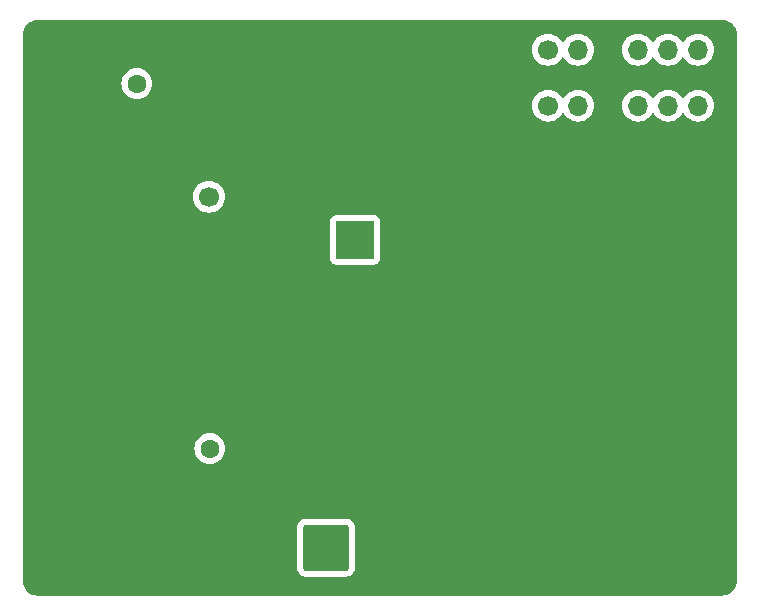
<source format=gbr>
%TF.GenerationSoftware,KiCad,Pcbnew,(7.0.0)*%
%TF.CreationDate,2023-12-28T02:06:20-08:00*%
%TF.ProjectId,Blutooth_Serial,426c7574-6f6f-4746-985f-53657269616c,rev?*%
%TF.SameCoordinates,Original*%
%TF.FileFunction,Copper,L2,Bot*%
%TF.FilePolarity,Positive*%
%FSLAX46Y46*%
G04 Gerber Fmt 4.6, Leading zero omitted, Abs format (unit mm)*
G04 Created by KiCad (PCBNEW (7.0.0)) date 2023-12-28 02:06:20*
%MOMM*%
%LPD*%
G01*
G04 APERTURE LIST*
G04 Aperture macros list*
%AMRoundRect*
0 Rectangle with rounded corners*
0 $1 Rounding radius*
0 $2 $3 $4 $5 $6 $7 $8 $9 X,Y pos of 4 corners*
0 Add a 4 corners polygon primitive as box body*
4,1,4,$2,$3,$4,$5,$6,$7,$8,$9,$2,$3,0*
0 Add four circle primitives for the rounded corners*
1,1,$1+$1,$2,$3*
1,1,$1+$1,$4,$5*
1,1,$1+$1,$6,$7*
1,1,$1+$1,$8,$9*
0 Add four rect primitives between the rounded corners*
20,1,$1+$1,$2,$3,$4,$5,0*
20,1,$1+$1,$4,$5,$6,$7,0*
20,1,$1+$1,$6,$7,$8,$9,0*
20,1,$1+$1,$8,$9,$2,$3,0*%
G04 Aperture macros list end*
%TA.AperFunction,ComponentPad*%
%ADD10C,1.700000*%
%TD*%
%TA.AperFunction,ComponentPad*%
%ADD11O,1.700000X1.700000*%
%TD*%
%TA.AperFunction,ComponentPad*%
%ADD12RoundRect,0.250002X-1.699998X-1.699998X1.699998X-1.699998X1.699998X1.699998X-1.699998X1.699998X0*%
%TD*%
%TA.AperFunction,ComponentPad*%
%ADD13O,3.200000X3.200000*%
%TD*%
%TA.AperFunction,ComponentPad*%
%ADD14R,3.200000X3.200000*%
%TD*%
%TA.AperFunction,ComponentPad*%
%ADD15C,1.600000*%
%TD*%
%TA.AperFunction,ViaPad*%
%ADD16C,0.800000*%
%TD*%
G04 APERTURE END LIST*
D10*
%TO.P,REF\u002A\u002A,1*%
%TO.N,unconnected-(IC1-EN-Pad1)*%
X88900000Y-65786000D03*
D11*
%TO.P,REF\u002A\u002A,2*%
%TO.N,3.3V*%
X91439999Y-65785999D03*
%TO.P,REF\u002A\u002A,3*%
%TO.N,GND*%
X93979999Y-65785999D03*
%TO.P,REF\u002A\u002A,4*%
%TO.N,unconnected-(IC1-TXD-Pad4)*%
X96519999Y-65785999D03*
%TO.P,REF\u002A\u002A,5*%
%TO.N,unconnected-(IC1-RXD-Pad5)*%
X99059999Y-65785999D03*
%TO.P,REF\u002A\u002A,6*%
%TO.N,unconnected-(IC1-STATE-Pad6)*%
X101599999Y-65785999D03*
%TD*%
D12*
%TO.P,VIN+,1*%
%TO.N,+24V*%
X70104000Y-107950000D03*
%TD*%
%TO.P,GND,1*%
%TO.N,GND*%
X49784000Y-107950000D03*
%TD*%
D11*
%TO.P,IC1,6,STATE*%
%TO.N,unconnected-(IC1-STATE-Pad6)*%
X101624999Y-70524499D03*
%TO.P,IC1,5,RXD*%
%TO.N,unconnected-(IC1-RXD-Pad5)*%
X99084999Y-70524499D03*
%TO.P,IC1,4,TXD*%
%TO.N,unconnected-(IC1-TXD-Pad4)*%
X96544999Y-70524499D03*
%TO.P,IC1,3,GND*%
%TO.N,GND*%
X94004999Y-70524499D03*
%TO.P,IC1,2,Vcc*%
%TO.N,3.3V*%
X91464999Y-70524499D03*
D10*
%TO.P,IC1,1,EN*%
%TO.N,unconnected-(IC1-EN-Pad1)*%
X88925000Y-70524500D03*
%TD*%
%TO.P,J1,1,Pin_1*%
%TO.N,Net-(J1-Pin_1)*%
X60198000Y-78232000D03*
%TD*%
D13*
%TO.P,D2,2,A*%
%TO.N,GND*%
X72589999Y-97119999D03*
D14*
%TO.P,D2,1,K*%
%TO.N,Net-(D2-K)*%
X72589999Y-81879999D03*
%TD*%
D15*
%TO.P,C2,2*%
%TO.N,GND*%
X54102000Y-73660000D03*
%TO.P,C2,1*%
%TO.N,3.3V*%
X54102000Y-68660000D03*
%TD*%
%TO.P,C1,2*%
%TO.N,GND*%
X55280000Y-99560000D03*
%TO.P,C1,1*%
%TO.N,+24V*%
X60280000Y-99560000D03*
%TD*%
D16*
%TO.N,GND*%
X53086000Y-89662000D03*
X52832000Y-85344000D03*
X49784000Y-87630000D03*
X49784000Y-91694000D03*
X56134000Y-91440000D03*
X56134000Y-88138000D03*
X55880000Y-83566000D03*
X49784000Y-83312000D03*
%TD*%
%TA.AperFunction,Conductor*%
%TO.N,GND*%
G36*
X103643110Y-63246972D02*
G01*
X103841727Y-63264348D01*
X103863004Y-63268099D01*
X104055888Y-63319782D01*
X104076198Y-63327175D01*
X104257165Y-63411562D01*
X104275883Y-63422369D01*
X104439456Y-63536904D01*
X104456014Y-63550798D01*
X104597201Y-63691985D01*
X104611095Y-63708543D01*
X104725630Y-63872116D01*
X104736437Y-63890834D01*
X104820824Y-64071801D01*
X104828217Y-64092112D01*
X104879898Y-64284988D01*
X104883651Y-64306274D01*
X104901028Y-64504889D01*
X104901500Y-64515697D01*
X104901500Y-110744303D01*
X104901028Y-110755111D01*
X104883651Y-110953725D01*
X104879898Y-110975011D01*
X104828217Y-111167887D01*
X104820824Y-111188198D01*
X104736437Y-111369165D01*
X104725630Y-111387883D01*
X104611095Y-111551456D01*
X104597201Y-111568014D01*
X104456014Y-111709201D01*
X104439456Y-111723095D01*
X104275883Y-111837630D01*
X104257165Y-111848437D01*
X104076198Y-111932824D01*
X104055887Y-111940217D01*
X103863011Y-111991898D01*
X103841725Y-111995651D01*
X103667425Y-112010900D01*
X103643109Y-112013028D01*
X103632303Y-112013500D01*
X45719697Y-112013500D01*
X45708890Y-112013028D01*
X45680795Y-112010570D01*
X45510274Y-111995651D01*
X45488988Y-111991898D01*
X45296112Y-111940217D01*
X45275801Y-111932824D01*
X45094834Y-111848437D01*
X45076116Y-111837630D01*
X44912543Y-111723095D01*
X44895985Y-111709201D01*
X44754798Y-111568014D01*
X44740904Y-111551456D01*
X44626369Y-111387883D01*
X44615562Y-111369165D01*
X44531175Y-111188198D01*
X44523782Y-111167887D01*
X44472099Y-110975004D01*
X44468348Y-110953724D01*
X44450972Y-110755110D01*
X44450500Y-110744303D01*
X44450500Y-109696876D01*
X67653500Y-109696876D01*
X67653501Y-109700006D01*
X67653820Y-109703138D01*
X67653821Y-109703139D01*
X67663312Y-109796060D01*
X67663313Y-109796068D01*
X67664001Y-109802796D01*
X67719186Y-109969333D01*
X67811289Y-110118655D01*
X67935345Y-110242711D01*
X68084667Y-110334814D01*
X68251204Y-110389999D01*
X68353993Y-110400500D01*
X71854006Y-110400499D01*
X71956796Y-110389999D01*
X72123333Y-110334814D01*
X72272655Y-110242711D01*
X72396711Y-110118655D01*
X72488814Y-109969333D01*
X72543999Y-109802796D01*
X72554500Y-109700007D01*
X72554499Y-106199994D01*
X72543999Y-106097204D01*
X72488814Y-105930667D01*
X72396711Y-105781345D01*
X72272655Y-105657289D01*
X72123333Y-105565186D01*
X72116481Y-105562915D01*
X72116478Y-105562914D01*
X71963224Y-105512131D01*
X71963223Y-105512130D01*
X71956796Y-105510001D01*
X71950063Y-105509313D01*
X71950058Y-105509312D01*
X71857138Y-105499819D01*
X71857121Y-105499818D01*
X71854007Y-105499500D01*
X71850858Y-105499500D01*
X68357142Y-105499500D01*
X68357122Y-105499500D01*
X68353994Y-105499501D01*
X68350862Y-105499820D01*
X68350860Y-105499821D01*
X68257939Y-105509312D01*
X68257929Y-105509313D01*
X68251204Y-105510001D01*
X68244782Y-105512128D01*
X68244777Y-105512130D01*
X68091521Y-105562914D01*
X68091515Y-105562916D01*
X68084667Y-105565186D01*
X67935345Y-105657289D01*
X67930237Y-105662396D01*
X67930233Y-105662400D01*
X67816400Y-105776233D01*
X67816396Y-105776237D01*
X67811289Y-105781345D01*
X67719186Y-105930667D01*
X67716916Y-105937515D01*
X67716914Y-105937521D01*
X67666131Y-106090775D01*
X67664001Y-106097204D01*
X67663313Y-106103934D01*
X67663312Y-106103941D01*
X67653819Y-106196861D01*
X67653818Y-106196879D01*
X67653500Y-106199993D01*
X67653500Y-106203140D01*
X67653500Y-106203141D01*
X67653500Y-109696857D01*
X67653500Y-109696876D01*
X44450500Y-109696876D01*
X44450500Y-99560000D01*
X58974532Y-99560000D01*
X58994365Y-99786692D01*
X58995762Y-99791907D01*
X58995764Y-99791916D01*
X59051858Y-100001263D01*
X59051861Y-100001271D01*
X59053261Y-100006496D01*
X59149432Y-100212734D01*
X59279953Y-100399139D01*
X59440861Y-100560047D01*
X59627266Y-100690568D01*
X59833504Y-100786739D01*
X60053308Y-100845635D01*
X60280000Y-100865468D01*
X60506692Y-100845635D01*
X60726496Y-100786739D01*
X60932734Y-100690568D01*
X61119139Y-100560047D01*
X61280047Y-100399139D01*
X61410568Y-100212734D01*
X61506739Y-100006496D01*
X61565635Y-99786692D01*
X61585468Y-99560000D01*
X61565635Y-99333308D01*
X61506739Y-99113504D01*
X61410568Y-98907266D01*
X61280047Y-98720861D01*
X61119139Y-98559953D01*
X60932734Y-98429432D01*
X60726496Y-98333261D01*
X60721271Y-98331861D01*
X60721263Y-98331858D01*
X60511916Y-98275764D01*
X60511907Y-98275762D01*
X60506692Y-98274365D01*
X60501304Y-98273893D01*
X60501301Y-98273893D01*
X60285395Y-98255004D01*
X60280000Y-98254532D01*
X60274605Y-98255004D01*
X60058698Y-98273893D01*
X60058693Y-98273893D01*
X60053308Y-98274365D01*
X60048094Y-98275762D01*
X60048083Y-98275764D01*
X59838736Y-98331858D01*
X59838724Y-98331862D01*
X59833504Y-98333261D01*
X59828599Y-98335547D01*
X59828594Y-98335550D01*
X59632176Y-98427142D01*
X59632172Y-98427144D01*
X59627266Y-98429432D01*
X59622833Y-98432535D01*
X59622826Y-98432540D01*
X59445296Y-98556847D01*
X59445291Y-98556850D01*
X59440861Y-98559953D01*
X59437037Y-98563776D01*
X59437031Y-98563782D01*
X59283782Y-98717031D01*
X59283776Y-98717037D01*
X59279953Y-98720861D01*
X59276850Y-98725291D01*
X59276847Y-98725296D01*
X59152540Y-98902826D01*
X59152535Y-98902833D01*
X59149432Y-98907266D01*
X59147144Y-98912172D01*
X59147142Y-98912176D01*
X59055550Y-99108594D01*
X59055547Y-99108599D01*
X59053261Y-99113504D01*
X59051862Y-99118724D01*
X59051858Y-99118736D01*
X58995764Y-99328083D01*
X58995762Y-99328094D01*
X58994365Y-99333308D01*
X58974532Y-99560000D01*
X44450500Y-99560000D01*
X44450500Y-83524578D01*
X70489500Y-83524578D01*
X70489501Y-83527872D01*
X70489853Y-83531150D01*
X70489854Y-83531161D01*
X70495079Y-83579768D01*
X70495080Y-83579773D01*
X70495909Y-83587483D01*
X70498619Y-83594749D01*
X70498620Y-83594753D01*
X70532217Y-83684831D01*
X70546204Y-83722331D01*
X70632454Y-83837546D01*
X70747669Y-83923796D01*
X70882517Y-83974091D01*
X70942127Y-83980500D01*
X74237872Y-83980499D01*
X74297483Y-83974091D01*
X74432331Y-83923796D01*
X74547546Y-83837546D01*
X74633796Y-83722331D01*
X74684091Y-83587483D01*
X74690500Y-83527873D01*
X74690499Y-80232128D01*
X74684091Y-80172517D01*
X74633796Y-80037669D01*
X74547546Y-79922454D01*
X74432331Y-79836204D01*
X74297483Y-79785909D01*
X74289770Y-79785079D01*
X74289767Y-79785079D01*
X74241180Y-79779855D01*
X74241169Y-79779854D01*
X74237873Y-79779500D01*
X74234550Y-79779500D01*
X70945439Y-79779500D01*
X70945420Y-79779500D01*
X70942128Y-79779501D01*
X70938850Y-79779853D01*
X70938838Y-79779854D01*
X70890231Y-79785079D01*
X70890225Y-79785080D01*
X70882517Y-79785909D01*
X70875252Y-79788618D01*
X70875246Y-79788620D01*
X70755980Y-79833104D01*
X70755978Y-79833104D01*
X70747669Y-79836204D01*
X70740572Y-79841516D01*
X70740568Y-79841519D01*
X70639550Y-79917141D01*
X70639546Y-79917144D01*
X70632454Y-79922454D01*
X70627144Y-79929546D01*
X70627141Y-79929550D01*
X70551519Y-80030568D01*
X70551516Y-80030572D01*
X70546204Y-80037669D01*
X70543104Y-80045978D01*
X70543104Y-80045980D01*
X70498620Y-80165247D01*
X70498619Y-80165250D01*
X70495909Y-80172517D01*
X70495079Y-80180227D01*
X70495079Y-80180232D01*
X70489855Y-80228819D01*
X70489854Y-80228831D01*
X70489500Y-80232127D01*
X70489500Y-80235448D01*
X70489500Y-80235449D01*
X70489500Y-83524560D01*
X70489500Y-83524578D01*
X44450500Y-83524578D01*
X44450500Y-78232000D01*
X58842341Y-78232000D01*
X58862937Y-78467408D01*
X58864336Y-78472630D01*
X58864337Y-78472634D01*
X58922694Y-78690430D01*
X58922697Y-78690438D01*
X58924097Y-78695663D01*
X58926385Y-78700570D01*
X58926386Y-78700572D01*
X59021678Y-78904927D01*
X59021681Y-78904933D01*
X59023965Y-78909830D01*
X59027064Y-78914257D01*
X59027066Y-78914259D01*
X59156399Y-79098966D01*
X59156402Y-79098970D01*
X59159505Y-79103401D01*
X59326599Y-79270495D01*
X59520170Y-79406035D01*
X59734337Y-79505903D01*
X59962592Y-79567063D01*
X60198000Y-79587659D01*
X60433408Y-79567063D01*
X60661663Y-79505903D01*
X60875830Y-79406035D01*
X61069401Y-79270495D01*
X61236495Y-79103401D01*
X61372035Y-78909830D01*
X61471903Y-78695663D01*
X61533063Y-78467408D01*
X61553659Y-78232000D01*
X61533063Y-77996592D01*
X61471903Y-77768337D01*
X61372035Y-77554171D01*
X61236495Y-77360599D01*
X61069401Y-77193505D01*
X61064970Y-77190402D01*
X61064966Y-77190399D01*
X60880259Y-77061066D01*
X60880257Y-77061064D01*
X60875830Y-77057965D01*
X60870933Y-77055681D01*
X60870927Y-77055678D01*
X60666572Y-76960386D01*
X60666570Y-76960385D01*
X60661663Y-76958097D01*
X60656438Y-76956697D01*
X60656430Y-76956694D01*
X60438634Y-76898337D01*
X60438630Y-76898336D01*
X60433408Y-76896937D01*
X60428020Y-76896465D01*
X60428017Y-76896465D01*
X60203395Y-76876813D01*
X60198000Y-76876341D01*
X60192605Y-76876813D01*
X59967982Y-76896465D01*
X59967977Y-76896465D01*
X59962592Y-76896937D01*
X59957371Y-76898335D01*
X59957365Y-76898337D01*
X59739569Y-76956694D01*
X59739557Y-76956698D01*
X59734337Y-76958097D01*
X59729432Y-76960383D01*
X59729427Y-76960386D01*
X59525081Y-77055675D01*
X59525077Y-77055677D01*
X59520171Y-77057965D01*
X59515738Y-77061068D01*
X59515731Y-77061073D01*
X59331034Y-77190399D01*
X59331029Y-77190402D01*
X59326599Y-77193505D01*
X59322775Y-77197328D01*
X59322769Y-77197334D01*
X59163334Y-77356769D01*
X59163328Y-77356775D01*
X59159505Y-77360599D01*
X59156402Y-77365029D01*
X59156399Y-77365034D01*
X59027073Y-77549731D01*
X59027068Y-77549738D01*
X59023965Y-77554171D01*
X59021677Y-77559077D01*
X59021675Y-77559081D01*
X58926386Y-77763427D01*
X58926383Y-77763432D01*
X58924097Y-77768337D01*
X58922698Y-77773557D01*
X58922694Y-77773569D01*
X58864337Y-77991365D01*
X58864335Y-77991371D01*
X58862937Y-77996592D01*
X58842341Y-78232000D01*
X44450500Y-78232000D01*
X44450500Y-70524500D01*
X87569341Y-70524500D01*
X87589937Y-70759908D01*
X87591336Y-70765130D01*
X87591337Y-70765134D01*
X87649694Y-70982930D01*
X87649697Y-70982938D01*
X87651097Y-70988163D01*
X87653385Y-70993070D01*
X87653386Y-70993072D01*
X87748678Y-71197427D01*
X87748681Y-71197433D01*
X87750965Y-71202330D01*
X87754064Y-71206757D01*
X87754066Y-71206759D01*
X87883399Y-71391466D01*
X87883402Y-71391470D01*
X87886505Y-71395901D01*
X88053599Y-71562995D01*
X88247170Y-71698535D01*
X88461337Y-71798403D01*
X88689592Y-71859563D01*
X88925000Y-71880159D01*
X89160408Y-71859563D01*
X89388663Y-71798403D01*
X89602830Y-71698535D01*
X89796401Y-71562995D01*
X89963495Y-71395901D01*
X90093424Y-71210342D01*
X90137743Y-71171476D01*
X90195000Y-71157465D01*
X90252257Y-71171476D01*
X90296575Y-71210342D01*
X90423395Y-71391461D01*
X90423401Y-71391468D01*
X90426505Y-71395901D01*
X90593599Y-71562995D01*
X90787170Y-71698535D01*
X91001337Y-71798403D01*
X91229592Y-71859563D01*
X91465000Y-71880159D01*
X91700408Y-71859563D01*
X91928663Y-71798403D01*
X92142830Y-71698535D01*
X92336401Y-71562995D01*
X92503495Y-71395901D01*
X92639035Y-71202330D01*
X92738903Y-70988163D01*
X92800063Y-70759908D01*
X92820659Y-70524500D01*
X95189341Y-70524500D01*
X95209937Y-70759908D01*
X95211336Y-70765130D01*
X95211337Y-70765134D01*
X95269694Y-70982930D01*
X95269697Y-70982938D01*
X95271097Y-70988163D01*
X95273385Y-70993070D01*
X95273386Y-70993072D01*
X95368678Y-71197427D01*
X95368681Y-71197433D01*
X95370965Y-71202330D01*
X95374064Y-71206757D01*
X95374066Y-71206759D01*
X95503399Y-71391466D01*
X95503402Y-71391470D01*
X95506505Y-71395901D01*
X95673599Y-71562995D01*
X95867170Y-71698535D01*
X96081337Y-71798403D01*
X96309592Y-71859563D01*
X96545000Y-71880159D01*
X96780408Y-71859563D01*
X97008663Y-71798403D01*
X97222830Y-71698535D01*
X97416401Y-71562995D01*
X97583495Y-71395901D01*
X97713424Y-71210342D01*
X97757743Y-71171476D01*
X97815000Y-71157465D01*
X97872257Y-71171476D01*
X97916575Y-71210342D01*
X98043395Y-71391461D01*
X98043401Y-71391468D01*
X98046505Y-71395901D01*
X98213599Y-71562995D01*
X98407170Y-71698535D01*
X98621337Y-71798403D01*
X98849592Y-71859563D01*
X99085000Y-71880159D01*
X99320408Y-71859563D01*
X99548663Y-71798403D01*
X99762830Y-71698535D01*
X99956401Y-71562995D01*
X100123495Y-71395901D01*
X100253424Y-71210342D01*
X100297743Y-71171476D01*
X100355000Y-71157465D01*
X100412257Y-71171476D01*
X100456575Y-71210342D01*
X100583395Y-71391461D01*
X100583401Y-71391468D01*
X100586505Y-71395901D01*
X100753599Y-71562995D01*
X100947170Y-71698535D01*
X101161337Y-71798403D01*
X101389592Y-71859563D01*
X101625000Y-71880159D01*
X101860408Y-71859563D01*
X102088663Y-71798403D01*
X102302830Y-71698535D01*
X102496401Y-71562995D01*
X102663495Y-71395901D01*
X102799035Y-71202330D01*
X102898903Y-70988163D01*
X102960063Y-70759908D01*
X102980659Y-70524500D01*
X102960063Y-70289092D01*
X102898903Y-70060837D01*
X102799035Y-69846671D01*
X102663495Y-69653099D01*
X102496401Y-69486005D01*
X102491970Y-69482902D01*
X102491966Y-69482899D01*
X102307259Y-69353566D01*
X102307257Y-69353564D01*
X102302830Y-69350465D01*
X102297933Y-69348181D01*
X102297927Y-69348178D01*
X102093572Y-69252886D01*
X102093570Y-69252885D01*
X102088663Y-69250597D01*
X102083438Y-69249197D01*
X102083430Y-69249194D01*
X101865634Y-69190837D01*
X101865630Y-69190836D01*
X101860408Y-69189437D01*
X101855020Y-69188965D01*
X101855017Y-69188965D01*
X101630395Y-69169313D01*
X101625000Y-69168841D01*
X101619605Y-69169313D01*
X101394982Y-69188965D01*
X101394977Y-69188965D01*
X101389592Y-69189437D01*
X101384371Y-69190835D01*
X101384365Y-69190837D01*
X101166569Y-69249194D01*
X101166557Y-69249198D01*
X101161337Y-69250597D01*
X101156432Y-69252883D01*
X101156427Y-69252886D01*
X100952081Y-69348175D01*
X100952077Y-69348177D01*
X100947171Y-69350465D01*
X100942738Y-69353568D01*
X100942731Y-69353573D01*
X100758034Y-69482899D01*
X100758029Y-69482902D01*
X100753599Y-69486005D01*
X100749775Y-69489828D01*
X100749769Y-69489834D01*
X100590334Y-69649269D01*
X100590328Y-69649275D01*
X100586505Y-69653099D01*
X100583402Y-69657529D01*
X100583399Y-69657534D01*
X100456575Y-69838659D01*
X100412257Y-69877525D01*
X100355000Y-69891536D01*
X100297743Y-69877525D01*
X100253425Y-69838659D01*
X100126600Y-69657534D01*
X100123495Y-69653099D01*
X99956401Y-69486005D01*
X99951970Y-69482902D01*
X99951966Y-69482899D01*
X99767259Y-69353566D01*
X99767257Y-69353564D01*
X99762830Y-69350465D01*
X99757933Y-69348181D01*
X99757927Y-69348178D01*
X99553572Y-69252886D01*
X99553570Y-69252885D01*
X99548663Y-69250597D01*
X99543438Y-69249197D01*
X99543430Y-69249194D01*
X99325634Y-69190837D01*
X99325630Y-69190836D01*
X99320408Y-69189437D01*
X99315020Y-69188965D01*
X99315017Y-69188965D01*
X99090395Y-69169313D01*
X99085000Y-69168841D01*
X99079605Y-69169313D01*
X98854982Y-69188965D01*
X98854977Y-69188965D01*
X98849592Y-69189437D01*
X98844371Y-69190835D01*
X98844365Y-69190837D01*
X98626569Y-69249194D01*
X98626557Y-69249198D01*
X98621337Y-69250597D01*
X98616432Y-69252883D01*
X98616427Y-69252886D01*
X98412081Y-69348175D01*
X98412077Y-69348177D01*
X98407171Y-69350465D01*
X98402738Y-69353568D01*
X98402731Y-69353573D01*
X98218034Y-69482899D01*
X98218029Y-69482902D01*
X98213599Y-69486005D01*
X98209775Y-69489828D01*
X98209769Y-69489834D01*
X98050334Y-69649269D01*
X98050328Y-69649275D01*
X98046505Y-69653099D01*
X98043402Y-69657529D01*
X98043399Y-69657534D01*
X97916575Y-69838659D01*
X97872257Y-69877525D01*
X97815000Y-69891536D01*
X97757743Y-69877525D01*
X97713425Y-69838659D01*
X97586600Y-69657534D01*
X97583495Y-69653099D01*
X97416401Y-69486005D01*
X97411970Y-69482902D01*
X97411966Y-69482899D01*
X97227259Y-69353566D01*
X97227257Y-69353564D01*
X97222830Y-69350465D01*
X97217933Y-69348181D01*
X97217927Y-69348178D01*
X97013572Y-69252886D01*
X97013570Y-69252885D01*
X97008663Y-69250597D01*
X97003438Y-69249197D01*
X97003430Y-69249194D01*
X96785634Y-69190837D01*
X96785630Y-69190836D01*
X96780408Y-69189437D01*
X96775020Y-69188965D01*
X96775017Y-69188965D01*
X96550395Y-69169313D01*
X96545000Y-69168841D01*
X96539605Y-69169313D01*
X96314982Y-69188965D01*
X96314977Y-69188965D01*
X96309592Y-69189437D01*
X96304371Y-69190835D01*
X96304365Y-69190837D01*
X96086569Y-69249194D01*
X96086557Y-69249198D01*
X96081337Y-69250597D01*
X96076432Y-69252883D01*
X96076427Y-69252886D01*
X95872081Y-69348175D01*
X95872077Y-69348177D01*
X95867171Y-69350465D01*
X95862738Y-69353568D01*
X95862731Y-69353573D01*
X95678034Y-69482899D01*
X95678029Y-69482902D01*
X95673599Y-69486005D01*
X95669775Y-69489828D01*
X95669769Y-69489834D01*
X95510334Y-69649269D01*
X95510328Y-69649275D01*
X95506505Y-69653099D01*
X95503402Y-69657529D01*
X95503399Y-69657534D01*
X95374073Y-69842231D01*
X95374068Y-69842238D01*
X95370965Y-69846671D01*
X95368677Y-69851577D01*
X95368675Y-69851581D01*
X95273386Y-70055927D01*
X95273383Y-70055932D01*
X95271097Y-70060837D01*
X95269698Y-70066057D01*
X95269694Y-70066069D01*
X95211337Y-70283865D01*
X95211335Y-70283871D01*
X95209937Y-70289092D01*
X95189341Y-70524500D01*
X92820659Y-70524500D01*
X92800063Y-70289092D01*
X92738903Y-70060837D01*
X92639035Y-69846671D01*
X92503495Y-69653099D01*
X92336401Y-69486005D01*
X92331970Y-69482902D01*
X92331966Y-69482899D01*
X92147259Y-69353566D01*
X92147257Y-69353564D01*
X92142830Y-69350465D01*
X92137933Y-69348181D01*
X92137927Y-69348178D01*
X91933572Y-69252886D01*
X91933570Y-69252885D01*
X91928663Y-69250597D01*
X91923438Y-69249197D01*
X91923430Y-69249194D01*
X91705634Y-69190837D01*
X91705630Y-69190836D01*
X91700408Y-69189437D01*
X91695020Y-69188965D01*
X91695017Y-69188965D01*
X91470395Y-69169313D01*
X91465000Y-69168841D01*
X91459605Y-69169313D01*
X91234982Y-69188965D01*
X91234977Y-69188965D01*
X91229592Y-69189437D01*
X91224371Y-69190835D01*
X91224365Y-69190837D01*
X91006569Y-69249194D01*
X91006557Y-69249198D01*
X91001337Y-69250597D01*
X90996432Y-69252883D01*
X90996427Y-69252886D01*
X90792081Y-69348175D01*
X90792077Y-69348177D01*
X90787171Y-69350465D01*
X90782738Y-69353568D01*
X90782731Y-69353573D01*
X90598034Y-69482899D01*
X90598029Y-69482902D01*
X90593599Y-69486005D01*
X90589775Y-69489828D01*
X90589769Y-69489834D01*
X90430334Y-69649269D01*
X90430328Y-69649275D01*
X90426505Y-69653099D01*
X90423402Y-69657529D01*
X90423399Y-69657534D01*
X90296575Y-69838659D01*
X90252257Y-69877525D01*
X90195000Y-69891536D01*
X90137743Y-69877525D01*
X90093425Y-69838659D01*
X89966600Y-69657534D01*
X89963495Y-69653099D01*
X89796401Y-69486005D01*
X89791970Y-69482902D01*
X89791966Y-69482899D01*
X89607259Y-69353566D01*
X89607257Y-69353564D01*
X89602830Y-69350465D01*
X89597933Y-69348181D01*
X89597927Y-69348178D01*
X89393572Y-69252886D01*
X89393570Y-69252885D01*
X89388663Y-69250597D01*
X89383438Y-69249197D01*
X89383430Y-69249194D01*
X89165634Y-69190837D01*
X89165630Y-69190836D01*
X89160408Y-69189437D01*
X89155020Y-69188965D01*
X89155017Y-69188965D01*
X88930395Y-69169313D01*
X88925000Y-69168841D01*
X88919605Y-69169313D01*
X88694982Y-69188965D01*
X88694977Y-69188965D01*
X88689592Y-69189437D01*
X88684371Y-69190835D01*
X88684365Y-69190837D01*
X88466569Y-69249194D01*
X88466557Y-69249198D01*
X88461337Y-69250597D01*
X88456432Y-69252883D01*
X88456427Y-69252886D01*
X88252081Y-69348175D01*
X88252077Y-69348177D01*
X88247171Y-69350465D01*
X88242738Y-69353568D01*
X88242731Y-69353573D01*
X88058034Y-69482899D01*
X88058029Y-69482902D01*
X88053599Y-69486005D01*
X88049775Y-69489828D01*
X88049769Y-69489834D01*
X87890334Y-69649269D01*
X87890328Y-69649275D01*
X87886505Y-69653099D01*
X87883402Y-69657529D01*
X87883399Y-69657534D01*
X87754073Y-69842231D01*
X87754068Y-69842238D01*
X87750965Y-69846671D01*
X87748677Y-69851577D01*
X87748675Y-69851581D01*
X87653386Y-70055927D01*
X87653383Y-70055932D01*
X87651097Y-70060837D01*
X87649698Y-70066057D01*
X87649694Y-70066069D01*
X87591337Y-70283865D01*
X87591335Y-70283871D01*
X87589937Y-70289092D01*
X87569341Y-70524500D01*
X44450500Y-70524500D01*
X44450500Y-68660000D01*
X52796532Y-68660000D01*
X52816365Y-68886692D01*
X52817762Y-68891907D01*
X52817764Y-68891916D01*
X52873858Y-69101263D01*
X52873861Y-69101271D01*
X52875261Y-69106496D01*
X52971432Y-69312734D01*
X52974539Y-69317171D01*
X52974540Y-69317173D01*
X53058600Y-69437224D01*
X53101953Y-69499139D01*
X53262861Y-69660047D01*
X53449266Y-69790568D01*
X53655504Y-69886739D01*
X53660734Y-69888140D01*
X53660736Y-69888141D01*
X53870083Y-69944235D01*
X53875308Y-69945635D01*
X54102000Y-69965468D01*
X54328692Y-69945635D01*
X54548496Y-69886739D01*
X54754734Y-69790568D01*
X54941139Y-69660047D01*
X55102047Y-69499139D01*
X55232568Y-69312734D01*
X55328739Y-69106496D01*
X55387635Y-68886692D01*
X55407468Y-68660000D01*
X55387635Y-68433308D01*
X55328739Y-68213504D01*
X55232568Y-68007266D01*
X55102047Y-67820861D01*
X54941139Y-67659953D01*
X54754734Y-67529432D01*
X54548496Y-67433261D01*
X54543271Y-67431861D01*
X54543263Y-67431858D01*
X54333916Y-67375764D01*
X54333907Y-67375762D01*
X54328692Y-67374365D01*
X54323304Y-67373893D01*
X54323301Y-67373893D01*
X54107395Y-67355004D01*
X54102000Y-67354532D01*
X54096605Y-67355004D01*
X53880698Y-67373893D01*
X53880693Y-67373893D01*
X53875308Y-67374365D01*
X53870094Y-67375762D01*
X53870083Y-67375764D01*
X53660736Y-67431858D01*
X53660724Y-67431862D01*
X53655504Y-67433261D01*
X53650599Y-67435547D01*
X53650594Y-67435550D01*
X53454176Y-67527142D01*
X53454172Y-67527144D01*
X53449266Y-67529432D01*
X53444833Y-67532535D01*
X53444826Y-67532540D01*
X53267296Y-67656847D01*
X53267291Y-67656850D01*
X53262861Y-67659953D01*
X53259037Y-67663776D01*
X53259031Y-67663782D01*
X53105782Y-67817031D01*
X53105776Y-67817037D01*
X53101953Y-67820861D01*
X53098850Y-67825291D01*
X53098847Y-67825296D01*
X52974540Y-68002826D01*
X52974535Y-68002833D01*
X52971432Y-68007266D01*
X52969144Y-68012172D01*
X52969142Y-68012176D01*
X52877550Y-68208594D01*
X52877547Y-68208599D01*
X52875261Y-68213504D01*
X52873862Y-68218724D01*
X52873858Y-68218736D01*
X52817764Y-68428083D01*
X52817762Y-68428094D01*
X52816365Y-68433308D01*
X52796532Y-68660000D01*
X44450500Y-68660000D01*
X44450500Y-65786000D01*
X87544341Y-65786000D01*
X87564937Y-66021408D01*
X87566336Y-66026630D01*
X87566337Y-66026634D01*
X87624694Y-66244430D01*
X87624697Y-66244438D01*
X87626097Y-66249663D01*
X87628385Y-66254570D01*
X87628386Y-66254572D01*
X87723678Y-66458927D01*
X87723681Y-66458933D01*
X87725965Y-66463830D01*
X87729064Y-66468257D01*
X87729066Y-66468259D01*
X87858399Y-66652966D01*
X87858402Y-66652970D01*
X87861505Y-66657401D01*
X88028599Y-66824495D01*
X88222170Y-66960035D01*
X88436337Y-67059903D01*
X88664592Y-67121063D01*
X88900000Y-67141659D01*
X89135408Y-67121063D01*
X89363663Y-67059903D01*
X89577830Y-66960035D01*
X89771401Y-66824495D01*
X89938495Y-66657401D01*
X90068424Y-66471842D01*
X90112743Y-66432976D01*
X90170000Y-66418965D01*
X90227257Y-66432976D01*
X90271575Y-66471842D01*
X90398395Y-66652961D01*
X90398401Y-66652968D01*
X90401505Y-66657401D01*
X90568599Y-66824495D01*
X90762170Y-66960035D01*
X90976337Y-67059903D01*
X91204592Y-67121063D01*
X91440000Y-67141659D01*
X91675408Y-67121063D01*
X91903663Y-67059903D01*
X92117830Y-66960035D01*
X92311401Y-66824495D01*
X92478495Y-66657401D01*
X92614035Y-66463830D01*
X92713903Y-66249663D01*
X92775063Y-66021408D01*
X92795659Y-65786000D01*
X95164341Y-65786000D01*
X95184937Y-66021408D01*
X95186336Y-66026630D01*
X95186337Y-66026634D01*
X95244694Y-66244430D01*
X95244697Y-66244438D01*
X95246097Y-66249663D01*
X95248385Y-66254570D01*
X95248386Y-66254572D01*
X95343678Y-66458927D01*
X95343681Y-66458933D01*
X95345965Y-66463830D01*
X95349064Y-66468257D01*
X95349066Y-66468259D01*
X95478399Y-66652966D01*
X95478402Y-66652970D01*
X95481505Y-66657401D01*
X95648599Y-66824495D01*
X95842170Y-66960035D01*
X96056337Y-67059903D01*
X96284592Y-67121063D01*
X96520000Y-67141659D01*
X96755408Y-67121063D01*
X96983663Y-67059903D01*
X97197830Y-66960035D01*
X97391401Y-66824495D01*
X97558495Y-66657401D01*
X97688424Y-66471842D01*
X97732743Y-66432976D01*
X97790000Y-66418965D01*
X97847257Y-66432976D01*
X97891575Y-66471842D01*
X98018395Y-66652961D01*
X98018401Y-66652968D01*
X98021505Y-66657401D01*
X98188599Y-66824495D01*
X98382170Y-66960035D01*
X98596337Y-67059903D01*
X98824592Y-67121063D01*
X99060000Y-67141659D01*
X99295408Y-67121063D01*
X99523663Y-67059903D01*
X99737830Y-66960035D01*
X99931401Y-66824495D01*
X100098495Y-66657401D01*
X100228424Y-66471842D01*
X100272743Y-66432976D01*
X100330000Y-66418965D01*
X100387257Y-66432976D01*
X100431575Y-66471842D01*
X100558395Y-66652961D01*
X100558401Y-66652968D01*
X100561505Y-66657401D01*
X100728599Y-66824495D01*
X100922170Y-66960035D01*
X101136337Y-67059903D01*
X101364592Y-67121063D01*
X101600000Y-67141659D01*
X101835408Y-67121063D01*
X102063663Y-67059903D01*
X102277830Y-66960035D01*
X102471401Y-66824495D01*
X102638495Y-66657401D01*
X102774035Y-66463830D01*
X102873903Y-66249663D01*
X102935063Y-66021408D01*
X102955659Y-65786000D01*
X102935063Y-65550592D01*
X102873903Y-65322337D01*
X102774035Y-65108171D01*
X102638495Y-64914599D01*
X102471401Y-64747505D01*
X102466970Y-64744402D01*
X102466966Y-64744399D01*
X102282259Y-64615066D01*
X102282257Y-64615064D01*
X102277830Y-64611965D01*
X102272933Y-64609681D01*
X102272927Y-64609678D01*
X102068572Y-64514386D01*
X102068570Y-64514385D01*
X102063663Y-64512097D01*
X102058438Y-64510697D01*
X102058430Y-64510694D01*
X101840634Y-64452337D01*
X101840630Y-64452336D01*
X101835408Y-64450937D01*
X101830020Y-64450465D01*
X101830017Y-64450465D01*
X101605395Y-64430813D01*
X101600000Y-64430341D01*
X101594605Y-64430813D01*
X101369982Y-64450465D01*
X101369977Y-64450465D01*
X101364592Y-64450937D01*
X101359371Y-64452335D01*
X101359365Y-64452337D01*
X101141569Y-64510694D01*
X101141557Y-64510698D01*
X101136337Y-64512097D01*
X101131432Y-64514383D01*
X101131427Y-64514386D01*
X100927081Y-64609675D01*
X100927077Y-64609677D01*
X100922171Y-64611965D01*
X100917738Y-64615068D01*
X100917731Y-64615073D01*
X100733034Y-64744399D01*
X100733029Y-64744402D01*
X100728599Y-64747505D01*
X100724775Y-64751328D01*
X100724769Y-64751334D01*
X100565334Y-64910769D01*
X100565328Y-64910775D01*
X100561505Y-64914599D01*
X100558402Y-64919029D01*
X100558399Y-64919034D01*
X100431575Y-65100159D01*
X100387257Y-65139025D01*
X100330000Y-65153036D01*
X100272743Y-65139025D01*
X100228425Y-65100159D01*
X100101600Y-64919034D01*
X100098495Y-64914599D01*
X99931401Y-64747505D01*
X99926970Y-64744402D01*
X99926966Y-64744399D01*
X99742259Y-64615066D01*
X99742257Y-64615064D01*
X99737830Y-64611965D01*
X99732933Y-64609681D01*
X99732927Y-64609678D01*
X99528572Y-64514386D01*
X99528570Y-64514385D01*
X99523663Y-64512097D01*
X99518438Y-64510697D01*
X99518430Y-64510694D01*
X99300634Y-64452337D01*
X99300630Y-64452336D01*
X99295408Y-64450937D01*
X99290020Y-64450465D01*
X99290017Y-64450465D01*
X99065395Y-64430813D01*
X99060000Y-64430341D01*
X99054605Y-64430813D01*
X98829982Y-64450465D01*
X98829977Y-64450465D01*
X98824592Y-64450937D01*
X98819371Y-64452335D01*
X98819365Y-64452337D01*
X98601569Y-64510694D01*
X98601557Y-64510698D01*
X98596337Y-64512097D01*
X98591432Y-64514383D01*
X98591427Y-64514386D01*
X98387081Y-64609675D01*
X98387077Y-64609677D01*
X98382171Y-64611965D01*
X98377738Y-64615068D01*
X98377731Y-64615073D01*
X98193034Y-64744399D01*
X98193029Y-64744402D01*
X98188599Y-64747505D01*
X98184775Y-64751328D01*
X98184769Y-64751334D01*
X98025334Y-64910769D01*
X98025328Y-64910775D01*
X98021505Y-64914599D01*
X98018402Y-64919029D01*
X98018399Y-64919034D01*
X97891575Y-65100159D01*
X97847257Y-65139025D01*
X97790000Y-65153036D01*
X97732743Y-65139025D01*
X97688425Y-65100159D01*
X97561600Y-64919034D01*
X97558495Y-64914599D01*
X97391401Y-64747505D01*
X97386970Y-64744402D01*
X97386966Y-64744399D01*
X97202259Y-64615066D01*
X97202257Y-64615064D01*
X97197830Y-64611965D01*
X97192933Y-64609681D01*
X97192927Y-64609678D01*
X96988572Y-64514386D01*
X96988570Y-64514385D01*
X96983663Y-64512097D01*
X96978438Y-64510697D01*
X96978430Y-64510694D01*
X96760634Y-64452337D01*
X96760630Y-64452336D01*
X96755408Y-64450937D01*
X96750020Y-64450465D01*
X96750017Y-64450465D01*
X96525395Y-64430813D01*
X96520000Y-64430341D01*
X96514605Y-64430813D01*
X96289982Y-64450465D01*
X96289977Y-64450465D01*
X96284592Y-64450937D01*
X96279371Y-64452335D01*
X96279365Y-64452337D01*
X96061569Y-64510694D01*
X96061557Y-64510698D01*
X96056337Y-64512097D01*
X96051432Y-64514383D01*
X96051427Y-64514386D01*
X95847081Y-64609675D01*
X95847077Y-64609677D01*
X95842171Y-64611965D01*
X95837738Y-64615068D01*
X95837731Y-64615073D01*
X95653034Y-64744399D01*
X95653029Y-64744402D01*
X95648599Y-64747505D01*
X95644775Y-64751328D01*
X95644769Y-64751334D01*
X95485334Y-64910769D01*
X95485328Y-64910775D01*
X95481505Y-64914599D01*
X95478402Y-64919029D01*
X95478399Y-64919034D01*
X95349073Y-65103731D01*
X95349068Y-65103738D01*
X95345965Y-65108171D01*
X95343677Y-65113077D01*
X95343675Y-65113081D01*
X95248386Y-65317427D01*
X95248383Y-65317432D01*
X95246097Y-65322337D01*
X95244698Y-65327557D01*
X95244694Y-65327569D01*
X95186337Y-65545365D01*
X95186335Y-65545371D01*
X95184937Y-65550592D01*
X95164341Y-65786000D01*
X92795659Y-65786000D01*
X92775063Y-65550592D01*
X92713903Y-65322337D01*
X92614035Y-65108171D01*
X92478495Y-64914599D01*
X92311401Y-64747505D01*
X92306970Y-64744402D01*
X92306966Y-64744399D01*
X92122259Y-64615066D01*
X92122257Y-64615064D01*
X92117830Y-64611965D01*
X92112933Y-64609681D01*
X92112927Y-64609678D01*
X91908572Y-64514386D01*
X91908570Y-64514385D01*
X91903663Y-64512097D01*
X91898438Y-64510697D01*
X91898430Y-64510694D01*
X91680634Y-64452337D01*
X91680630Y-64452336D01*
X91675408Y-64450937D01*
X91670020Y-64450465D01*
X91670017Y-64450465D01*
X91445395Y-64430813D01*
X91440000Y-64430341D01*
X91434605Y-64430813D01*
X91209982Y-64450465D01*
X91209977Y-64450465D01*
X91204592Y-64450937D01*
X91199371Y-64452335D01*
X91199365Y-64452337D01*
X90981569Y-64510694D01*
X90981557Y-64510698D01*
X90976337Y-64512097D01*
X90971432Y-64514383D01*
X90971427Y-64514386D01*
X90767081Y-64609675D01*
X90767077Y-64609677D01*
X90762171Y-64611965D01*
X90757738Y-64615068D01*
X90757731Y-64615073D01*
X90573034Y-64744399D01*
X90573029Y-64744402D01*
X90568599Y-64747505D01*
X90564775Y-64751328D01*
X90564769Y-64751334D01*
X90405334Y-64910769D01*
X90405328Y-64910775D01*
X90401505Y-64914599D01*
X90398402Y-64919029D01*
X90398399Y-64919034D01*
X90271575Y-65100159D01*
X90227257Y-65139025D01*
X90170000Y-65153036D01*
X90112743Y-65139025D01*
X90068425Y-65100159D01*
X89941600Y-64919034D01*
X89938495Y-64914599D01*
X89771401Y-64747505D01*
X89766970Y-64744402D01*
X89766966Y-64744399D01*
X89582259Y-64615066D01*
X89582257Y-64615064D01*
X89577830Y-64611965D01*
X89572933Y-64609681D01*
X89572927Y-64609678D01*
X89368572Y-64514386D01*
X89368570Y-64514385D01*
X89363663Y-64512097D01*
X89358438Y-64510697D01*
X89358430Y-64510694D01*
X89140634Y-64452337D01*
X89140630Y-64452336D01*
X89135408Y-64450937D01*
X89130020Y-64450465D01*
X89130017Y-64450465D01*
X88905395Y-64430813D01*
X88900000Y-64430341D01*
X88894605Y-64430813D01*
X88669982Y-64450465D01*
X88669977Y-64450465D01*
X88664592Y-64450937D01*
X88659371Y-64452335D01*
X88659365Y-64452337D01*
X88441569Y-64510694D01*
X88441557Y-64510698D01*
X88436337Y-64512097D01*
X88431432Y-64514383D01*
X88431427Y-64514386D01*
X88227081Y-64609675D01*
X88227077Y-64609677D01*
X88222171Y-64611965D01*
X88217738Y-64615068D01*
X88217731Y-64615073D01*
X88033034Y-64744399D01*
X88033029Y-64744402D01*
X88028599Y-64747505D01*
X88024775Y-64751328D01*
X88024769Y-64751334D01*
X87865334Y-64910769D01*
X87865328Y-64910775D01*
X87861505Y-64914599D01*
X87858402Y-64919029D01*
X87858399Y-64919034D01*
X87729073Y-65103731D01*
X87729068Y-65103738D01*
X87725965Y-65108171D01*
X87723677Y-65113077D01*
X87723675Y-65113081D01*
X87628386Y-65317427D01*
X87628383Y-65317432D01*
X87626097Y-65322337D01*
X87624698Y-65327557D01*
X87624694Y-65327569D01*
X87566337Y-65545365D01*
X87566335Y-65545371D01*
X87564937Y-65550592D01*
X87544341Y-65786000D01*
X44450500Y-65786000D01*
X44450500Y-64515697D01*
X44450972Y-64504890D01*
X44455570Y-64452337D01*
X44468348Y-64306270D01*
X44472099Y-64284996D01*
X44523783Y-64092107D01*
X44531175Y-64071801D01*
X44615562Y-63890834D01*
X44626369Y-63872116D01*
X44740904Y-63708543D01*
X44754792Y-63691991D01*
X44895991Y-63550792D01*
X44912543Y-63536904D01*
X45076116Y-63422369D01*
X45094831Y-63411563D01*
X45275803Y-63327174D01*
X45296107Y-63319783D01*
X45488996Y-63268099D01*
X45510270Y-63264348D01*
X45708889Y-63246972D01*
X45719697Y-63246500D01*
X103632303Y-63246500D01*
X103643110Y-63246972D01*
G37*
%TD.AperFunction*%
%TD*%
M02*

</source>
